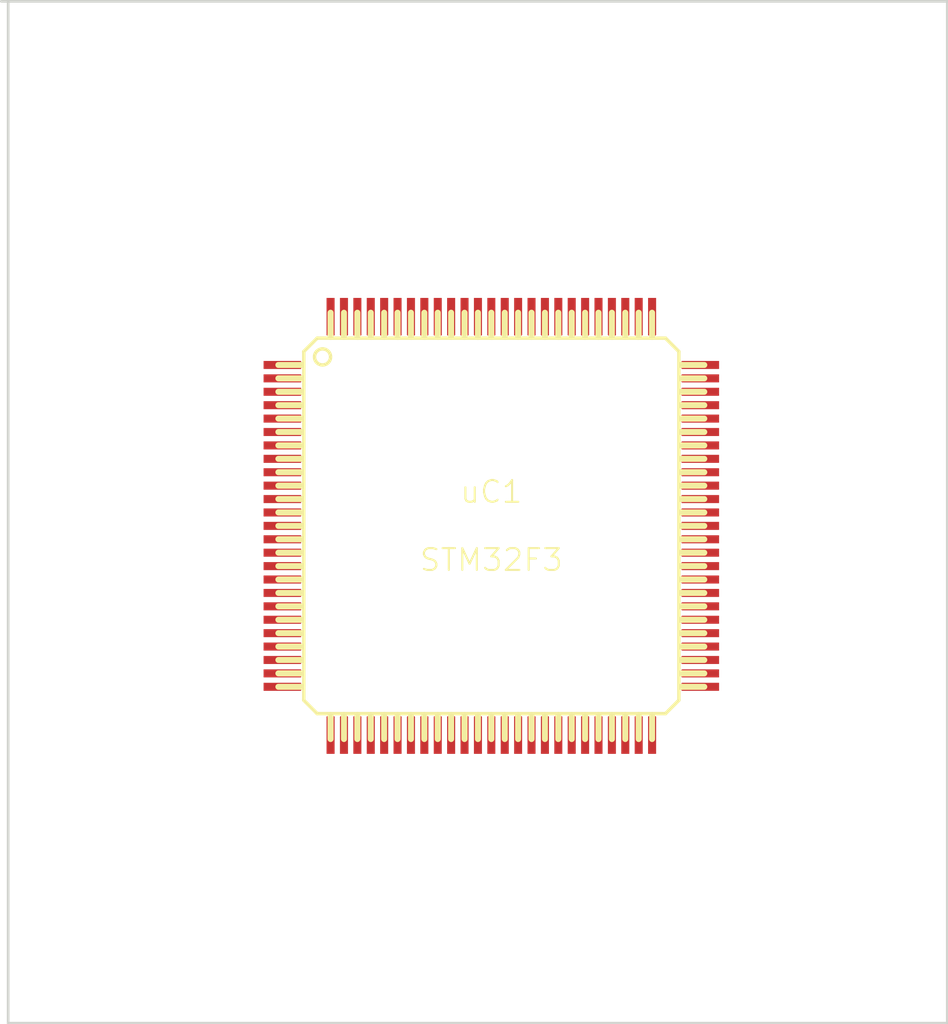
<source format=kicad_pcb>
(kicad_pcb (version 3) (host pcbnew "(2013-jul-07)-stable")

  (general
    (links 0)
    (no_connects 0)
    (area 283.667999 115.773999 319.074001 153.974001)
    (thickness 1.6)
    (drawings 4)
    (tracks 0)
    (zones 0)
    (modules 1)
    (nets 1)
  )

  (page A3)
  (layers
    (15 F.Cu signal)
    (0 B.Cu signal)
    (16 B.Adhes user)
    (17 F.Adhes user)
    (18 B.Paste user)
    (19 F.Paste user)
    (20 B.SilkS user)
    (21 F.SilkS user)
    (22 B.Mask user)
    (23 F.Mask user)
    (24 Dwgs.User user)
    (25 Cmts.User user)
    (26 Eco1.User user)
    (27 Eco2.User user)
    (28 Edge.Cuts user)
  )

  (setup
    (last_trace_width 0.254)
    (trace_clearance 0.254)
    (zone_clearance 0.508)
    (zone_45_only no)
    (trace_min 0.254)
    (segment_width 0.2)
    (edge_width 0.1)
    (via_size 0.889)
    (via_drill 0.635)
    (via_min_size 0.889)
    (via_min_drill 0.508)
    (uvia_size 0.508)
    (uvia_drill 0.127)
    (uvias_allowed no)
    (uvia_min_size 0.508)
    (uvia_min_drill 0.127)
    (pcb_text_width 0.3)
    (pcb_text_size 1.5 1.5)
    (mod_edge_width 0.15)
    (mod_text_size 1 1)
    (mod_text_width 0.15)
    (pad_size 1.5 1.5)
    (pad_drill 0.6)
    (pad_to_mask_clearance 0)
    (aux_axis_origin 0 0)
    (visible_elements FFFFFFBF)
    (pcbplotparams
      (layerselection 3178497)
      (usegerberextensions true)
      (excludeedgelayer true)
      (linewidth 0.150000)
      (plotframeref false)
      (viasonmask false)
      (mode 1)
      (useauxorigin false)
      (hpglpennumber 1)
      (hpglpenspeed 20)
      (hpglpendiameter 15)
      (hpglpenoverlay 2)
      (psnegative false)
      (psa4output false)
      (plotreference true)
      (plotvalue true)
      (plotothertext true)
      (plotinvisibletext false)
      (padsonsilk false)
      (subtractmaskfromsilk false)
      (outputformat 1)
      (mirror false)
      (drillshape 1)
      (scaleselection 1)
      (outputdirectory ""))
  )

  (net 0 "")

  (net_class Default "This is the default net class."
    (clearance 0.254)
    (trace_width 0.254)
    (via_dia 0.889)
    (via_drill 0.635)
    (uvia_dia 0.508)
    (uvia_drill 0.127)
    (add_net "")
  )

  (module AB2_LQFP100 (layer F.Cu) (tedit 52A248CF) (tstamp 52FAD8C9)
    (at 302.006 135.382)
    (path /52FB122A)
    (fp_text reference uC1 (at 0 -1.27) (layer F.SilkS)
      (effects (font (size 0.8128 0.8128) (thickness 0.0762)))
    )
    (fp_text value STM32F3 (at 0 1.27) (layer F.SilkS)
      (effects (font (size 0.8128 0.8128) (thickness 0.0762)))
    )
    (fp_line (start 6 7.05) (end 6 7.95) (layer F.SilkS) (width 0.22))
    (fp_line (start 5.5 7.05) (end 5.5 7.95) (layer F.SilkS) (width 0.22))
    (fp_line (start 5 7.05) (end 5 7.95) (layer F.SilkS) (width 0.22))
    (fp_line (start 4.5 7.05) (end 4.5 7.95) (layer F.SilkS) (width 0.22))
    (fp_line (start 4 7.05) (end 4 7.95) (layer F.SilkS) (width 0.22))
    (fp_line (start 3.5 7.05) (end 3.5 7.95) (layer F.SilkS) (width 0.22))
    (fp_line (start 3 7.05) (end 3 7.95) (layer F.SilkS) (width 0.22))
    (fp_line (start 2.5 7.05) (end 2.5 7.95) (layer F.SilkS) (width 0.22))
    (fp_line (start 2 7.05) (end 2 7.95) (layer F.SilkS) (width 0.22))
    (fp_line (start 1.5 7.05) (end 1.5 7.95) (layer F.SilkS) (width 0.22))
    (fp_line (start 1 7.05) (end 1 7.95) (layer F.SilkS) (width 0.22))
    (fp_line (start 0.5 7.05) (end 0.5 7.95) (layer F.SilkS) (width 0.22))
    (fp_line (start 0 7.05) (end 0 7.95) (layer F.SilkS) (width 0.22))
    (fp_line (start -0.5 7.05) (end -0.5 7.95) (layer F.SilkS) (width 0.22))
    (fp_line (start -1 7.05) (end -1 7.95) (layer F.SilkS) (width 0.22))
    (fp_line (start -1.5 7.05) (end -1.5 7.95) (layer F.SilkS) (width 0.22))
    (fp_line (start -2 7.05) (end -2 7.95) (layer F.SilkS) (width 0.22))
    (fp_line (start -2.5 7.05) (end -2.5 7.95) (layer F.SilkS) (width 0.22))
    (fp_line (start -3 7.05) (end -3 7.95) (layer F.SilkS) (width 0.22))
    (fp_line (start -3.5 7.05) (end -3.5 7.95) (layer F.SilkS) (width 0.22))
    (fp_line (start -4 7.05) (end -4 7.95) (layer F.SilkS) (width 0.22))
    (fp_line (start -4.5 7.05) (end -4.5 7.95) (layer F.SilkS) (width 0.22))
    (fp_line (start -5 7.05) (end -5 7.95) (layer F.SilkS) (width 0.22))
    (fp_line (start -5.5 7.05) (end -5.5 7.95) (layer F.SilkS) (width 0.22))
    (fp_line (start -6 7.05) (end -6 7.95) (layer F.SilkS) (width 0.22))
    (fp_line (start 7.95 6) (end 7.05 6) (layer F.SilkS) (width 0.22))
    (fp_line (start 7.95 5.5) (end 7.05 5.5) (layer F.SilkS) (width 0.22))
    (fp_line (start 7.95 5) (end 7.05 5) (layer F.SilkS) (width 0.22))
    (fp_line (start 7.95 4.5) (end 7.05 4.5) (layer F.SilkS) (width 0.22))
    (fp_line (start 7.95 4) (end 7.05 4) (layer F.SilkS) (width 0.22))
    (fp_line (start 7.95 3.5) (end 7.05 3.5) (layer F.SilkS) (width 0.22))
    (fp_line (start 7.95 3) (end 7.05 3) (layer F.SilkS) (width 0.22))
    (fp_line (start 7.95 2.5) (end 7.05 2.5) (layer F.SilkS) (width 0.22))
    (fp_line (start 7.95 2) (end 7.05 2) (layer F.SilkS) (width 0.22))
    (fp_line (start 7.95 1.5) (end 7.05 1.5) (layer F.SilkS) (width 0.22))
    (fp_line (start 7.95 1) (end 7.05 1) (layer F.SilkS) (width 0.22))
    (fp_line (start 7.95 0.5) (end 7.05 0.5) (layer F.SilkS) (width 0.22))
    (fp_line (start 7.95 0) (end 7.05 0) (layer F.SilkS) (width 0.22))
    (fp_line (start 7.95 -0.5) (end 7.05 -0.5) (layer F.SilkS) (width 0.22))
    (fp_line (start 7.95 -1) (end 7.05 -1) (layer F.SilkS) (width 0.22))
    (fp_line (start 7.95 -1.5) (end 7.05 -1.5) (layer F.SilkS) (width 0.22))
    (fp_line (start 7.95 -2) (end 7.05 -2) (layer F.SilkS) (width 0.22))
    (fp_line (start 7.95 -2.5) (end 7.05 -2.5) (layer F.SilkS) (width 0.22))
    (fp_line (start 7.95 -3) (end 7.05 -3) (layer F.SilkS) (width 0.22))
    (fp_line (start 7.95 -3.5) (end 7.05 -3.5) (layer F.SilkS) (width 0.22))
    (fp_line (start 7.95 -4) (end 7.05 -4) (layer F.SilkS) (width 0.22))
    (fp_line (start 7.95 -4.5) (end 7.05 -4.5) (layer F.SilkS) (width 0.22))
    (fp_line (start 7.95 -5) (end 7.05 -5) (layer F.SilkS) (width 0.22))
    (fp_line (start 7.95 -5.5) (end 7.05 -5.5) (layer F.SilkS) (width 0.22))
    (fp_line (start 7.95 -6) (end 7.05 -6) (layer F.SilkS) (width 0.22))
    (fp_line (start -6 -7.95) (end -6 -7.05) (layer F.SilkS) (width 0.22))
    (fp_line (start -5.5 -7.95) (end -5.5 -7.05) (layer F.SilkS) (width 0.22))
    (fp_line (start -5 -7.95) (end -5 -7.05) (layer F.SilkS) (width 0.22))
    (fp_line (start -4.5 -7.95) (end -4.5 -7.05) (layer F.SilkS) (width 0.22))
    (fp_line (start -4 -7.95) (end -4 -7.05) (layer F.SilkS) (width 0.22))
    (fp_line (start -3.5 -7.95) (end -3.5 -7.05) (layer F.SilkS) (width 0.22))
    (fp_line (start -3 -7.95) (end -3 -7.05) (layer F.SilkS) (width 0.22))
    (fp_line (start -2.5 -7.95) (end -2.5 -7.05) (layer F.SilkS) (width 0.22))
    (fp_line (start -2 -7.95) (end -2 -7.05) (layer F.SilkS) (width 0.22))
    (fp_line (start -1.5 -7.95) (end -1.5 -7.05) (layer F.SilkS) (width 0.22))
    (fp_line (start -1 -7.95) (end -1 -7.05) (layer F.SilkS) (width 0.22))
    (fp_line (start -0.5 -7.95) (end -0.5 -7.05) (layer F.SilkS) (width 0.22))
    (fp_line (start 0 -7.95) (end 0 -7.05) (layer F.SilkS) (width 0.22))
    (fp_line (start 0.5 -7.95) (end 0.5 -7.05) (layer F.SilkS) (width 0.22))
    (fp_line (start 1 -7.95) (end 1 -7.05) (layer F.SilkS) (width 0.22))
    (fp_line (start 1.5 -7.95) (end 1.5 -7.05) (layer F.SilkS) (width 0.22))
    (fp_line (start 2 -7.95) (end 2 -7.05) (layer F.SilkS) (width 0.22))
    (fp_line (start 2.5 -7.95) (end 2.5 -7.05) (layer F.SilkS) (width 0.22))
    (fp_line (start 3 -7.95) (end 3 -7.05) (layer F.SilkS) (width 0.22))
    (fp_line (start 3.5 -7.95) (end 3.5 -7.05) (layer F.SilkS) (width 0.22))
    (fp_line (start 4 -7.95) (end 4 -7.05) (layer F.SilkS) (width 0.22))
    (fp_line (start 4.5 -7.95) (end 4.5 -7.05) (layer F.SilkS) (width 0.22))
    (fp_line (start 5 -7.95) (end 5 -7.05) (layer F.SilkS) (width 0.22))
    (fp_line (start 5.5 -7.95) (end 5.5 -7.05) (layer F.SilkS) (width 0.22))
    (fp_line (start 6 -7.95) (end 6 -7.05) (layer F.SilkS) (width 0.22))
    (fp_line (start -7.05 6) (end -7.95 6) (layer F.SilkS) (width 0.22))
    (fp_line (start -7.05 5.5) (end -7.95 5.5) (layer F.SilkS) (width 0.22))
    (fp_line (start -7.05 5) (end -7.95 5) (layer F.SilkS) (width 0.22))
    (fp_line (start -7.05 4.5) (end -7.95 4.5) (layer F.SilkS) (width 0.22))
    (fp_line (start -7.05 4) (end -7.95 4) (layer F.SilkS) (width 0.22))
    (fp_line (start -7.05 3.5) (end -7.95 3.5) (layer F.SilkS) (width 0.22))
    (fp_line (start -7.05 3) (end -7.95 3) (layer F.SilkS) (width 0.22))
    (fp_line (start -7.05 2.5) (end -7.95 2.5) (layer F.SilkS) (width 0.22))
    (fp_line (start -7.05 2) (end -7.95 2) (layer F.SilkS) (width 0.22))
    (fp_line (start -7.05 1.5) (end -7.95 1.5) (layer F.SilkS) (width 0.22))
    (fp_line (start -7.05 1) (end -7.95 1) (layer F.SilkS) (width 0.22))
    (fp_line (start -7.05 0.5) (end -7.95 0.5) (layer F.SilkS) (width 0.22))
    (fp_line (start -7.05 0) (end -7.95 0) (layer F.SilkS) (width 0.22))
    (fp_line (start -7.05 -0.5) (end -7.95 -0.5) (layer F.SilkS) (width 0.22))
    (fp_line (start -7.05 -1) (end -7.95 -1) (layer F.SilkS) (width 0.22))
    (fp_line (start -7.05 -1.5) (end -7.95 -1.5) (layer F.SilkS) (width 0.22))
    (fp_line (start -7.05 -2) (end -7.95 -2) (layer F.SilkS) (width 0.22))
    (fp_line (start -7.05 -2.5) (end -7.95 -2.5) (layer F.SilkS) (width 0.22))
    (fp_line (start -7.05 -3) (end -7.95 -3) (layer F.SilkS) (width 0.22))
    (fp_line (start -7.05 -3.5) (end -7.95 -3.5) (layer F.SilkS) (width 0.22))
    (fp_line (start -7.05 -4) (end -7.95 -4) (layer F.SilkS) (width 0.22))
    (fp_line (start -7.05 -4.5) (end -7.95 -4.5) (layer F.SilkS) (width 0.22))
    (fp_line (start -7.05 -5) (end -7.95 -5) (layer F.SilkS) (width 0.22))
    (fp_line (start -7.05 -5.5) (end -7.95 -5.5) (layer F.SilkS) (width 0.22))
    (fp_line (start -7.05 -6) (end -7.95 -6) (layer F.SilkS) (width 0.22))
    (fp_line (start -7 -6.5) (end -6.5 -7) (layer F.SilkS) (width 0.127))
    (fp_line (start -6.5 -7) (end 6.5 -7) (layer F.SilkS) (width 0.127))
    (fp_line (start 6.5 -7) (end 7 -6.5) (layer F.SilkS) (width 0.127))
    (fp_line (start 7 -6.5) (end 7 6.5) (layer F.SilkS) (width 0.127))
    (fp_line (start 7 6.5) (end 6.5 7) (layer F.SilkS) (width 0.127))
    (fp_line (start 6.5 7) (end -6.5 7) (layer F.SilkS) (width 0.127))
    (fp_line (start -6.5 7) (end -7 6.5) (layer F.SilkS) (width 0.127))
    (fp_line (start -7 6.5) (end -7 -6.5) (layer F.SilkS) (width 0.127))
    (fp_circle (center -6.3 -6.3) (end -6.3 -6.6) (layer F.SilkS) (width 0.127))
    (pad 100 smd rect (at -6 -7.8 90) (size 1.4 0.3)
      (layers F.Cu F.Paste F.Mask)
    )
    (pad 99 smd rect (at -5.5 -7.8 90) (size 1.4 0.3)
      (layers F.Cu F.Paste F.Mask)
    )
    (pad 98 smd rect (at -5 -7.8 90) (size 1.4 0.3)
      (layers F.Cu F.Paste F.Mask)
    )
    (pad 97 smd rect (at -4.5 -7.8 90) (size 1.4 0.3)
      (layers F.Cu F.Paste F.Mask)
    )
    (pad 96 smd rect (at -4 -7.8 90) (size 1.4 0.3)
      (layers F.Cu F.Paste F.Mask)
    )
    (pad 75 smd rect (at 7.8 -6 180) (size 1.4 0.3)
      (layers F.Cu F.Paste F.Mask)
    )
    (pad 74 smd rect (at 7.8 -5.5 180) (size 1.4 0.3)
      (layers F.Cu F.Paste F.Mask)
    )
    (pad 73 smd rect (at 7.8 -5 180) (size 1.4 0.3)
      (layers F.Cu F.Paste F.Mask)
    )
    (pad 72 smd rect (at 7.8 -4.5 180) (size 1.4 0.3)
      (layers F.Cu F.Paste F.Mask)
    )
    (pad 71 smd rect (at 7.8 -4 180) (size 1.4 0.3)
      (layers F.Cu F.Paste F.Mask)
    )
    (pad 50 smd rect (at 6 7.8 90) (size 1.4 0.3)
      (layers F.Cu F.Paste F.Mask)
    )
    (pad 49 smd rect (at 5.5 7.8 90) (size 1.4 0.3)
      (layers F.Cu F.Paste F.Mask)
    )
    (pad 48 smd rect (at 5 7.8 90) (size 1.4 0.3)
      (layers F.Cu F.Paste F.Mask)
    )
    (pad 47 smd rect (at 4.5 7.8 90) (size 1.4 0.3)
      (layers F.Cu F.Paste F.Mask)
    )
    (pad 46 smd rect (at 4 7.8 90) (size 1.4 0.3)
      (layers F.Cu F.Paste F.Mask)
    )
    (pad 25 smd rect (at -7.8 6) (size 1.4 0.3)
      (layers F.Cu F.Paste F.Mask)
    )
    (pad 24 smd rect (at -7.8 5.5) (size 1.4 0.3)
      (layers F.Cu F.Paste F.Mask)
    )
    (pad 23 smd rect (at -7.8 5) (size 1.4 0.3)
      (layers F.Cu F.Paste F.Mask)
    )
    (pad 22 smd rect (at -7.8 4.5) (size 1.4 0.3)
      (layers F.Cu F.Paste F.Mask)
    )
    (pad 21 smd rect (at -7.8 4) (size 1.4 0.3)
      (layers F.Cu F.Paste F.Mask)
    )
    (pad 95 smd rect (at -3.5 -7.8 90) (size 1.4 0.3)
      (layers F.Cu F.Paste F.Mask)
    )
    (pad 94 smd rect (at -3 -7.8 90) (size 1.4 0.3)
      (layers F.Cu F.Paste F.Mask)
    )
    (pad 93 smd rect (at -2.5 -7.8 90) (size 1.4 0.3)
      (layers F.Cu F.Paste F.Mask)
    )
    (pad 92 smd rect (at -2 -7.8 90) (size 1.4 0.3)
      (layers F.Cu F.Paste F.Mask)
    )
    (pad 70 smd rect (at 7.8 -3.5 180) (size 1.4 0.3)
      (layers F.Cu F.Paste F.Mask)
    )
    (pad 69 smd rect (at 7.8 -3 180) (size 1.4 0.3)
      (layers F.Cu F.Paste F.Mask)
    )
    (pad 68 smd rect (at 7.8 -2.5 180) (size 1.4 0.3)
      (layers F.Cu F.Paste F.Mask)
    )
    (pad 67 smd rect (at 7.8 -2 180) (size 1.4 0.3)
      (layers F.Cu F.Paste F.Mask)
    )
    (pad 45 smd rect (at 3.5 7.8 90) (size 1.4 0.3)
      (layers F.Cu F.Paste F.Mask)
    )
    (pad 44 smd rect (at 3 7.8 90) (size 1.4 0.3)
      (layers F.Cu F.Paste F.Mask)
    )
    (pad 43 smd rect (at 2.5 7.8 90) (size 1.4 0.3)
      (layers F.Cu F.Paste F.Mask)
    )
    (pad 42 smd rect (at 2 7.8 90) (size 1.4 0.3)
      (layers F.Cu F.Paste F.Mask)
    )
    (pad 20 smd rect (at -7.8 3.5) (size 1.4 0.3)
      (layers F.Cu F.Paste F.Mask)
    )
    (pad 19 smd rect (at -7.8 3) (size 1.4 0.3)
      (layers F.Cu F.Paste F.Mask)
    )
    (pad 18 smd rect (at -7.8 2.5) (size 1.4 0.3)
      (layers F.Cu F.Paste F.Mask)
    )
    (pad 17 smd rect (at -7.8 2) (size 1.4 0.3)
      (layers F.Cu F.Paste F.Mask)
    )
    (pad 88 smd rect (at 0 -7.8 90) (size 1.4 0.3)
      (layers F.Cu F.Paste F.Mask)
    )
    (pad 91 smd rect (at -1.5 -7.8 90) (size 1.4 0.3)
      (layers F.Cu F.Paste F.Mask)
    )
    (pad 90 smd rect (at -1 -7.8 90) (size 1.4 0.3)
      (layers F.Cu F.Paste F.Mask)
    )
    (pad 89 smd rect (at -0.5 -7.8 90) (size 1.4 0.3)
      (layers F.Cu F.Paste F.Mask)
    )
    (pad 87 smd rect (at 0.5 -7.8 90) (size 1.4 0.3)
      (layers F.Cu F.Paste F.Mask)
    )
    (pad 86 smd rect (at 1 -7.8 90) (size 1.4 0.3)
      (layers F.Cu F.Paste F.Mask)
    )
    (pad 85 smd rect (at 1.5 -7.8 90) (size 1.4 0.3)
      (layers F.Cu F.Paste F.Mask)
    )
    (pad 84 smd rect (at 2 -7.8 90) (size 1.4 0.3)
      (layers F.Cu F.Paste F.Mask)
    )
    (pad 83 smd rect (at 2.5 -7.8 90) (size 1.4 0.3)
      (layers F.Cu F.Paste F.Mask)
    )
    (pad 82 smd rect (at 3 -7.8 90) (size 1.4 0.3)
      (layers F.Cu F.Paste F.Mask)
    )
    (pad 81 smd rect (at 3.5 -7.8 90) (size 1.4 0.3)
      (layers F.Cu F.Paste F.Mask)
    )
    (pad 80 smd rect (at 4 -7.8 90) (size 1.4 0.3)
      (layers F.Cu F.Paste F.Mask)
    )
    (pad 79 smd rect (at 4.5 -7.8 90) (size 1.4 0.3)
      (layers F.Cu F.Paste F.Mask)
    )
    (pad 78 smd rect (at 5 -7.8 90) (size 1.4 0.3)
      (layers F.Cu F.Paste F.Mask)
    )
    (pad 77 smd rect (at 5.5 -7.8 90) (size 1.4 0.3)
      (layers F.Cu F.Paste F.Mask)
    )
    (pad 76 smd rect (at 6 -7.8 90) (size 1.4 0.3)
      (layers F.Cu F.Paste F.Mask)
    )
    (pad 54 smd rect (at 7.8 4.5 180) (size 1.4 0.3)
      (layers F.Cu F.Paste F.Mask)
    )
    (pad 51 smd rect (at 7.8 6 180) (size 1.4 0.3)
      (layers F.Cu F.Paste F.Mask)
    )
    (pad 52 smd rect (at 7.8 5.5 180) (size 1.4 0.3)
      (layers F.Cu F.Paste F.Mask)
    )
    (pad 53 smd rect (at 7.8 5 180) (size 1.4 0.3)
      (layers F.Cu F.Paste F.Mask)
    )
    (pad 55 smd rect (at 7.8 4 180) (size 1.4 0.3)
      (layers F.Cu F.Paste F.Mask)
    )
    (pad 56 smd rect (at 7.8 3.5 180) (size 1.4 0.3)
      (layers F.Cu F.Paste F.Mask)
    )
    (pad 57 smd rect (at 7.8 3 180) (size 1.4 0.3)
      (layers F.Cu F.Paste F.Mask)
    )
    (pad 58 smd rect (at 7.8 2.5 180) (size 1.4 0.3)
      (layers F.Cu F.Paste F.Mask)
    )
    (pad 59 smd rect (at 7.8 2 180) (size 1.4 0.3)
      (layers F.Cu F.Paste F.Mask)
    )
    (pad 60 smd rect (at 7.8 1.5 180) (size 1.4 0.3)
      (layers F.Cu F.Paste F.Mask)
    )
    (pad 61 smd rect (at 7.8 1 180) (size 1.4 0.3)
      (layers F.Cu F.Paste F.Mask)
    )
    (pad 62 smd rect (at 7.8 0.5 180) (size 1.4 0.3)
      (layers F.Cu F.Paste F.Mask)
    )
    (pad 63 smd rect (at 7.8 0 180) (size 1.4 0.3)
      (layers F.Cu F.Paste F.Mask)
    )
    (pad 64 smd rect (at 7.8 -0.5 180) (size 1.4 0.3)
      (layers F.Cu F.Paste F.Mask)
    )
    (pad 65 smd rect (at 7.8 -1 180) (size 1.4 0.3)
      (layers F.Cu F.Paste F.Mask)
    )
    (pad 66 smd rect (at 7.8 -1.5 180) (size 1.4 0.3)
      (layers F.Cu F.Paste F.Mask)
    )
    (pad 41 smd rect (at 1.5 7.8 90) (size 1.4 0.3)
      (layers F.Cu F.Paste F.Mask)
    )
    (pad 40 smd rect (at 1 7.8 90) (size 1.4 0.3)
      (layers F.Cu F.Paste F.Mask)
    )
    (pad 39 smd rect (at 0.5 7.8 90) (size 1.4 0.3)
      (layers F.Cu F.Paste F.Mask)
    )
    (pad 38 smd rect (at 0 7.8 90) (size 1.4 0.3)
      (layers F.Cu F.Paste F.Mask)
    )
    (pad 37 smd rect (at -0.5 7.8 90) (size 1.4 0.3)
      (layers F.Cu F.Paste F.Mask)
    )
    (pad 36 smd rect (at -1 7.8 90) (size 1.4 0.3)
      (layers F.Cu F.Paste F.Mask)
    )
    (pad 35 smd rect (at -1.5 7.8 90) (size 1.4 0.3)
      (layers F.Cu F.Paste F.Mask)
    )
    (pad 34 smd rect (at -2 7.8 90) (size 1.4 0.3)
      (layers F.Cu F.Paste F.Mask)
    )
    (pad 33 smd rect (at -2.5 7.8 90) (size 1.4 0.3)
      (layers F.Cu F.Paste F.Mask)
    )
    (pad 32 smd rect (at -3 7.8 90) (size 1.4 0.3)
      (layers F.Cu F.Paste F.Mask)
    )
    (pad 31 smd rect (at -3.5 7.8 90) (size 1.4 0.3)
      (layers F.Cu F.Paste F.Mask)
    )
    (pad 30 smd rect (at -4 7.8 90) (size 1.4 0.3)
      (layers F.Cu F.Paste F.Mask)
    )
    (pad 28 smd rect (at -5 7.8 90) (size 1.4 0.3)
      (layers F.Cu F.Paste F.Mask)
    )
    (pad 27 smd rect (at -5.5 7.8 90) (size 1.4 0.3)
      (layers F.Cu F.Paste F.Mask)
    )
    (pad 26 smd rect (at -6 7.8 90) (size 1.4 0.3)
      (layers F.Cu F.Paste F.Mask)
    )
    (pad 29 smd rect (at -4.5 7.8 90) (size 1.4 0.3)
      (layers F.Cu F.Paste F.Mask)
    )
    (pad 4 smd rect (at -7.8 -4.5) (size 1.4 0.3)
      (layers F.Cu F.Paste F.Mask)
    )
    (pad 1 smd rect (at -7.8 -6) (size 1.4 0.3)
      (layers F.Cu F.Paste F.Mask)
    )
    (pad 2 smd rect (at -7.8 -5.5) (size 1.4 0.3)
      (layers F.Cu F.Paste F.Mask)
    )
    (pad 3 smd rect (at -7.8 -5) (size 1.4 0.3)
      (layers F.Cu F.Paste F.Mask)
    )
    (pad 5 smd rect (at -7.8 -4) (size 1.4 0.3)
      (layers F.Cu F.Paste F.Mask)
    )
    (pad 6 smd rect (at -7.8 -3.5) (size 1.4 0.3)
      (layers F.Cu F.Paste F.Mask)
    )
    (pad 7 smd rect (at -7.8 -3) (size 1.4 0.3)
      (layers F.Cu F.Paste F.Mask)
    )
    (pad 8 smd rect (at -7.8 -2.5) (size 1.4 0.3)
      (layers F.Cu F.Paste F.Mask)
    )
    (pad 9 smd rect (at -7.8 -2) (size 1.4 0.3)
      (layers F.Cu F.Paste F.Mask)
    )
    (pad 10 smd rect (at -7.8 -1.5) (size 1.4 0.3)
      (layers F.Cu F.Paste F.Mask)
    )
    (pad 11 smd rect (at -7.8 -1) (size 1.4 0.3)
      (layers F.Cu F.Paste F.Mask)
    )
    (pad 12 smd rect (at -7.8 -0.5) (size 1.4 0.3)
      (layers F.Cu F.Paste F.Mask)
    )
    (pad 13 smd rect (at -7.8 0) (size 1.4 0.3)
      (layers F.Cu F.Paste F.Mask)
    )
    (pad 14 smd rect (at -7.8 0.5) (size 1.4 0.3)
      (layers F.Cu F.Paste F.Mask)
    )
    (pad 15 smd rect (at -7.8 1) (size 1.4 0.3)
      (layers F.Cu F.Paste F.Mask)
    )
    (pad 16 smd rect (at -7.8 1.5) (size 1.4 0.3)
      (layers F.Cu F.Paste F.Mask)
    )
    (model ../3d_models/ab2_lqfp/AB2_LQFP100.wrl
      (at (xyz 0 0 0))
      (scale (xyz 0.3937 0.3937 0.3937))
      (rotate (xyz 0 0 -90))
    )
  )

  (gr_line (start 283.972 153.924) (end 283.972 115.824) (angle 90) (layer Edge.Cuts) (width 0.1))
  (gr_line (start 319.024 153.924) (end 283.972 153.924) (angle 90) (layer Edge.Cuts) (width 0.1))
  (gr_line (start 319.024 115.824) (end 319.024 153.924) (angle 90) (layer Edge.Cuts) (width 0.1))
  (gr_line (start 283.718 115.824) (end 319.024 115.824) (angle 90) (layer Edge.Cuts) (width 0.1))

)

</source>
